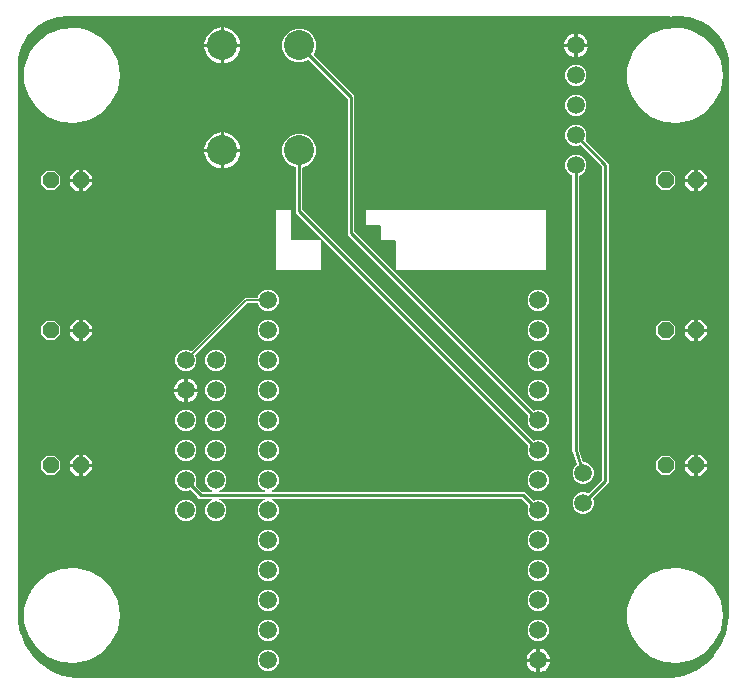
<source format=gbr>
G04 EAGLE Gerber RS-274X export*
G75*
%MOMM*%
%FSLAX34Y34*%
%LPD*%
%INBottom Copper*%
%IPPOS*%
%AMOC8*
5,1,8,0,0,1.08239X$1,22.5*%
G01*
%ADD10C,2.540000*%
%ADD11C,1.508000*%
%ADD12P,1.429621X8X22.500000*%
%ADD13C,0.254000*%
%ADD14C,0.152400*%

G36*
X559015Y10163D02*
X559015Y10163D01*
X559038Y10162D01*
X564152Y10413D01*
X564185Y10420D01*
X564263Y10427D01*
X574295Y12422D01*
X574318Y12430D01*
X574438Y12465D01*
X583888Y16380D01*
X583909Y16392D01*
X584020Y16450D01*
X592525Y22133D01*
X592542Y22149D01*
X592640Y22227D01*
X599873Y29460D01*
X599886Y29479D01*
X599967Y29575D01*
X605650Y38080D01*
X605660Y38102D01*
X605720Y38212D01*
X609635Y47662D01*
X609640Y47685D01*
X609678Y47805D01*
X611673Y57837D01*
X611675Y57869D01*
X611687Y57948D01*
X611938Y63062D01*
X611937Y63076D01*
X611939Y63099D01*
X611939Y534616D01*
X611934Y534646D01*
X611927Y534751D01*
X611189Y538849D01*
X611178Y538879D01*
X611156Y538973D01*
X608021Y547655D01*
X608021Y547656D01*
X608020Y547657D01*
X607946Y547808D01*
X602958Y555574D01*
X602957Y555576D01*
X602956Y555577D01*
X602850Y555707D01*
X596259Y562169D01*
X596258Y562170D01*
X596257Y562171D01*
X596125Y562274D01*
X588261Y567107D01*
X588260Y567108D01*
X588258Y567109D01*
X588106Y567180D01*
X579364Y570142D01*
X579363Y570142D01*
X579362Y570143D01*
X579198Y570179D01*
X570015Y571121D01*
X569983Y571119D01*
X569887Y571124D01*
X566511Y570901D01*
X566471Y570891D01*
X566430Y570891D01*
X566274Y570846D01*
X566271Y570845D01*
X566270Y570845D01*
X566269Y570844D01*
X566016Y570739D01*
X564662Y570739D01*
X564632Y570734D01*
X564570Y570734D01*
X563226Y570569D01*
X562711Y570712D01*
X562692Y570714D01*
X562675Y570721D01*
X562508Y570739D01*
X59985Y570739D01*
X59965Y570736D01*
X59946Y570738D01*
X59780Y570711D01*
X59271Y570569D01*
X57922Y570734D01*
X57892Y570732D01*
X57830Y570739D01*
X56472Y570739D01*
X56223Y570842D01*
X56183Y570852D01*
X56146Y570869D01*
X55988Y570897D01*
X55983Y570898D01*
X55982Y570898D01*
X55981Y570899D01*
X52566Y571121D01*
X52534Y571118D01*
X52438Y571119D01*
X43171Y570159D01*
X43170Y570158D01*
X43168Y570159D01*
X43004Y570122D01*
X34183Y567124D01*
X34182Y567124D01*
X34181Y567124D01*
X34029Y567052D01*
X26096Y562166D01*
X26095Y562165D01*
X26094Y562165D01*
X25962Y562061D01*
X19315Y555532D01*
X19314Y555531D01*
X19313Y555531D01*
X19207Y555400D01*
X14180Y547556D01*
X14179Y547555D01*
X14178Y547554D01*
X14104Y547403D01*
X10948Y538637D01*
X10943Y538606D01*
X10915Y538514D01*
X10173Y534368D01*
X10172Y534338D01*
X10161Y534234D01*
X10161Y63500D01*
X10163Y63486D01*
X10162Y63463D01*
X10415Y58309D01*
X10422Y58277D01*
X10429Y58198D01*
X12439Y48089D01*
X12448Y48067D01*
X12483Y47946D01*
X16427Y38424D01*
X16440Y38403D01*
X16497Y38292D01*
X22224Y29722D01*
X22240Y29704D01*
X22318Y29607D01*
X29607Y22318D01*
X29626Y22304D01*
X29722Y22224D01*
X38292Y16497D01*
X38314Y16487D01*
X38424Y16427D01*
X47946Y12483D01*
X47969Y12477D01*
X48089Y12439D01*
X58198Y10429D01*
X58231Y10427D01*
X58309Y10415D01*
X63463Y10162D01*
X63477Y10163D01*
X63500Y10161D01*
X559001Y10161D01*
X559015Y10163D01*
G37*
%LPC*%
G36*
X330200Y355599D02*
X330200Y355599D01*
X330199Y355600D01*
X330199Y380238D01*
X330196Y380258D01*
X330198Y380277D01*
X330176Y380379D01*
X330160Y380481D01*
X330150Y380498D01*
X330146Y380518D01*
X330093Y380607D01*
X330044Y380698D01*
X330030Y380712D01*
X330020Y380729D01*
X329941Y380796D01*
X329866Y380868D01*
X329848Y380876D01*
X329833Y380889D01*
X329737Y380928D01*
X329643Y380971D01*
X329623Y380973D01*
X329605Y380981D01*
X329438Y380999D01*
X317500Y380999D01*
X317499Y381000D01*
X317499Y392938D01*
X317496Y392958D01*
X317498Y392977D01*
X317476Y393079D01*
X317460Y393181D01*
X317450Y393198D01*
X317446Y393218D01*
X317393Y393307D01*
X317344Y393398D01*
X317330Y393412D01*
X317320Y393429D01*
X317241Y393496D01*
X317166Y393568D01*
X317148Y393576D01*
X317133Y393589D01*
X317037Y393628D01*
X316943Y393671D01*
X316923Y393673D01*
X316905Y393681D01*
X316738Y393699D01*
X304800Y393699D01*
X304799Y393700D01*
X304799Y406400D01*
X304800Y406401D01*
X457200Y406401D01*
X457201Y406400D01*
X457201Y355600D01*
X457200Y355599D01*
X330200Y355599D01*
G37*
%LPD*%
%LPC*%
G36*
X557378Y23887D02*
X557378Y23887D01*
X546104Y28312D01*
X536634Y35863D01*
X529812Y45870D01*
X526242Y57444D01*
X526242Y69556D01*
X529812Y81130D01*
X530440Y82051D01*
X530440Y82052D01*
X531478Y83574D01*
X533035Y85858D01*
X534073Y87380D01*
X535111Y88903D01*
X536635Y91137D01*
X546104Y98688D01*
X557378Y103113D01*
X569456Y104019D01*
X570357Y103813D01*
X573692Y103052D01*
X577028Y102290D01*
X580363Y101529D01*
X581265Y101323D01*
X591754Y95267D01*
X599992Y86389D01*
X605247Y75477D01*
X607052Y63500D01*
X605247Y51523D01*
X599992Y40611D01*
X591754Y31733D01*
X581265Y25677D01*
X569456Y22981D01*
X557378Y23887D01*
G37*
%LPD*%
%LPC*%
G36*
X46838Y23887D02*
X46838Y23887D01*
X35564Y28312D01*
X26095Y35863D01*
X19272Y45870D01*
X15702Y57444D01*
X15702Y69556D01*
X19272Y81130D01*
X19900Y82051D01*
X19900Y82052D01*
X20938Y83574D01*
X22495Y85858D01*
X23533Y87380D01*
X24571Y88903D01*
X26095Y91137D01*
X35564Y98688D01*
X46838Y103113D01*
X58916Y104019D01*
X59817Y103813D01*
X63152Y103052D01*
X66488Y102290D01*
X69823Y101529D01*
X70725Y101323D01*
X81214Y95267D01*
X89452Y86389D01*
X94707Y75477D01*
X96512Y63500D01*
X94707Y51523D01*
X89452Y40611D01*
X81214Y31733D01*
X70725Y25677D01*
X58916Y22981D01*
X46838Y23887D01*
G37*
%LPD*%
%LPC*%
G36*
X46838Y481087D02*
X46838Y481087D01*
X35564Y485512D01*
X26095Y493063D01*
X19272Y503070D01*
X15702Y514644D01*
X15702Y526756D01*
X19272Y538330D01*
X20631Y540324D01*
X21669Y541846D01*
X21670Y541847D01*
X22707Y543369D01*
X22708Y543369D01*
X24264Y545653D01*
X24265Y545653D01*
X25302Y547175D01*
X25303Y547175D01*
X26095Y548337D01*
X35564Y555888D01*
X46838Y560313D01*
X58916Y561219D01*
X61789Y560563D01*
X65124Y559802D01*
X68459Y559040D01*
X70725Y558523D01*
X81214Y552467D01*
X89452Y543589D01*
X94707Y532677D01*
X96512Y520700D01*
X94707Y508723D01*
X89452Y497811D01*
X81214Y488932D01*
X70725Y482877D01*
X58916Y480181D01*
X46838Y481087D01*
G37*
%LPD*%
%LPC*%
G36*
X557378Y481087D02*
X557378Y481087D01*
X546104Y485512D01*
X536635Y493063D01*
X529812Y503070D01*
X526242Y514644D01*
X526242Y526756D01*
X529812Y538330D01*
X531171Y540324D01*
X532209Y541846D01*
X532210Y541847D01*
X533247Y543369D01*
X533248Y543369D01*
X534804Y545653D01*
X534805Y545653D01*
X535842Y547175D01*
X535843Y547175D01*
X536635Y548337D01*
X546104Y555888D01*
X557379Y560313D01*
X569456Y561219D01*
X572329Y560563D01*
X575664Y559802D01*
X578999Y559040D01*
X581265Y558523D01*
X591754Y552468D01*
X599992Y543589D01*
X605247Y532677D01*
X607052Y520700D01*
X605247Y508723D01*
X599992Y497811D01*
X591754Y488933D01*
X581265Y482877D01*
X569456Y480181D01*
X557378Y481087D01*
G37*
%LPD*%
%LPC*%
G36*
X175997Y143335D02*
X175997Y143335D01*
X172665Y144715D01*
X170115Y147265D01*
X168735Y150597D01*
X168735Y154203D01*
X170115Y157535D01*
X172665Y160085D01*
X174490Y160841D01*
X174573Y160892D01*
X174659Y160938D01*
X174677Y160956D01*
X174699Y160970D01*
X174762Y161046D01*
X174829Y161116D01*
X174840Y161140D01*
X174856Y161160D01*
X174891Y161251D01*
X174932Y161339D01*
X174935Y161365D01*
X174944Y161389D01*
X174949Y161487D01*
X174959Y161583D01*
X174954Y161609D01*
X174955Y161635D01*
X174928Y161729D01*
X174907Y161824D01*
X174894Y161846D01*
X174886Y161871D01*
X174831Y161951D01*
X174781Y162035D01*
X174761Y162052D01*
X174746Y162073D01*
X174668Y162132D01*
X174594Y162195D01*
X174570Y162205D01*
X174549Y162220D01*
X174456Y162250D01*
X174366Y162287D01*
X174333Y162290D01*
X174315Y162296D01*
X174282Y162296D01*
X174199Y162305D01*
X163942Y162305D01*
X162082Y164165D01*
X156903Y169345D01*
X156808Y169413D01*
X156714Y169483D01*
X156708Y169485D01*
X156703Y169488D01*
X156592Y169523D01*
X156480Y169559D01*
X156474Y169559D01*
X156468Y169561D01*
X156351Y169558D01*
X156234Y169557D01*
X156227Y169555D01*
X156222Y169554D01*
X156205Y169548D01*
X156073Y169510D01*
X154203Y168735D01*
X150597Y168735D01*
X147265Y170115D01*
X144715Y172665D01*
X143335Y175997D01*
X143335Y179603D01*
X144715Y182935D01*
X147265Y185485D01*
X150597Y186865D01*
X154203Y186865D01*
X157535Y185485D01*
X160085Y182935D01*
X161465Y179603D01*
X161465Y175997D01*
X160690Y174127D01*
X160671Y174044D01*
X160666Y174034D01*
X160664Y174017D01*
X160663Y174013D01*
X160635Y173900D01*
X160635Y173893D01*
X160634Y173887D01*
X160641Y173809D01*
X160639Y173790D01*
X160646Y173760D01*
X160654Y173654D01*
X160656Y173649D01*
X160657Y173642D01*
X160685Y173580D01*
X160691Y173550D01*
X160716Y173508D01*
X160750Y173428D01*
X160755Y173422D01*
X160757Y173418D01*
X160770Y173404D01*
X160805Y173360D01*
X160818Y173339D01*
X160832Y173327D01*
X160855Y173297D01*
X166035Y168118D01*
X166109Y168065D01*
X166178Y168005D01*
X166208Y167993D01*
X166234Y167974D01*
X166321Y167947D01*
X166406Y167913D01*
X166447Y167909D01*
X166469Y167902D01*
X166502Y167903D01*
X166573Y167895D01*
X174199Y167895D01*
X174295Y167910D01*
X174392Y167920D01*
X174416Y167930D01*
X174442Y167934D01*
X174528Y167980D01*
X174617Y168020D01*
X174636Y168037D01*
X174659Y168050D01*
X174726Y168120D01*
X174798Y168186D01*
X174811Y168209D01*
X174829Y168228D01*
X174870Y168316D01*
X174917Y168402D01*
X174921Y168427D01*
X174932Y168451D01*
X174943Y168548D01*
X174960Y168644D01*
X174956Y168670D01*
X174959Y168695D01*
X174939Y168791D01*
X174924Y168887D01*
X174913Y168910D01*
X174907Y168936D01*
X174857Y169019D01*
X174813Y169106D01*
X174794Y169125D01*
X174781Y169147D01*
X174707Y169210D01*
X174637Y169278D01*
X174609Y169294D01*
X174594Y169307D01*
X174563Y169319D01*
X174490Y169359D01*
X172665Y170115D01*
X170115Y172665D01*
X168735Y175997D01*
X168735Y179603D01*
X170115Y182935D01*
X172665Y185485D01*
X175997Y186865D01*
X179603Y186865D01*
X182935Y185485D01*
X185485Y182935D01*
X186865Y179603D01*
X186865Y175997D01*
X185485Y172665D01*
X182935Y170115D01*
X181110Y169359D01*
X181027Y169308D01*
X180941Y169262D01*
X180923Y169244D01*
X180901Y169230D01*
X180838Y169154D01*
X180771Y169084D01*
X180760Y169060D01*
X180744Y169040D01*
X180709Y168949D01*
X180668Y168861D01*
X180665Y168835D01*
X180656Y168811D01*
X180651Y168713D01*
X180641Y168617D01*
X180646Y168591D01*
X180645Y168565D01*
X180672Y168471D01*
X180693Y168376D01*
X180706Y168354D01*
X180714Y168329D01*
X180769Y168249D01*
X180819Y168165D01*
X180839Y168148D01*
X180854Y168127D01*
X180932Y168068D01*
X181006Y168005D01*
X181030Y167995D01*
X181051Y167980D01*
X181144Y167950D01*
X181234Y167913D01*
X181267Y167910D01*
X181285Y167904D01*
X181318Y167904D01*
X181401Y167895D01*
X218649Y167895D01*
X218745Y167910D01*
X218842Y167920D01*
X218866Y167930D01*
X218892Y167934D01*
X218978Y167980D01*
X219067Y168020D01*
X219086Y168037D01*
X219109Y168050D01*
X219176Y168120D01*
X219248Y168186D01*
X219261Y168209D01*
X219279Y168228D01*
X219320Y168316D01*
X219367Y168402D01*
X219371Y168427D01*
X219382Y168451D01*
X219393Y168548D01*
X219410Y168644D01*
X219406Y168670D01*
X219409Y168695D01*
X219389Y168791D01*
X219374Y168887D01*
X219363Y168910D01*
X219357Y168936D01*
X219307Y169019D01*
X219263Y169106D01*
X219244Y169125D01*
X219231Y169147D01*
X219157Y169210D01*
X219087Y169278D01*
X219059Y169294D01*
X219044Y169307D01*
X219013Y169319D01*
X218940Y169359D01*
X217115Y170115D01*
X214565Y172665D01*
X213185Y175997D01*
X213185Y179603D01*
X214565Y182935D01*
X217115Y185485D01*
X220447Y186865D01*
X224053Y186865D01*
X227385Y185485D01*
X229935Y182935D01*
X231315Y179603D01*
X231315Y175997D01*
X229935Y172665D01*
X227385Y170115D01*
X225560Y169359D01*
X225477Y169308D01*
X225391Y169262D01*
X225373Y169244D01*
X225351Y169230D01*
X225288Y169154D01*
X225221Y169084D01*
X225210Y169060D01*
X225194Y169040D01*
X225159Y168949D01*
X225118Y168861D01*
X225115Y168835D01*
X225106Y168811D01*
X225101Y168713D01*
X225091Y168617D01*
X225096Y168591D01*
X225095Y168565D01*
X225122Y168471D01*
X225143Y168376D01*
X225156Y168354D01*
X225164Y168329D01*
X225219Y168249D01*
X225269Y168165D01*
X225289Y168148D01*
X225304Y168127D01*
X225382Y168068D01*
X225456Y168005D01*
X225480Y167995D01*
X225501Y167980D01*
X225594Y167950D01*
X225684Y167913D01*
X225717Y167910D01*
X225735Y167904D01*
X225768Y167904D01*
X225851Y167895D01*
X439308Y167895D01*
X446347Y160855D01*
X446442Y160787D01*
X446536Y160717D01*
X446542Y160715D01*
X446547Y160712D01*
X446658Y160677D01*
X446770Y160641D01*
X446776Y160641D01*
X446782Y160639D01*
X446899Y160642D01*
X447016Y160643D01*
X447023Y160645D01*
X447028Y160646D01*
X447045Y160652D01*
X447177Y160690D01*
X449047Y161465D01*
X452653Y161465D01*
X455985Y160085D01*
X458535Y157535D01*
X459915Y154203D01*
X459915Y150597D01*
X458535Y147265D01*
X455985Y144715D01*
X452653Y143335D01*
X449047Y143335D01*
X445715Y144715D01*
X443165Y147265D01*
X441785Y150597D01*
X441785Y154203D01*
X442560Y156073D01*
X442568Y156108D01*
X442572Y156116D01*
X442573Y156130D01*
X442587Y156187D01*
X442615Y156300D01*
X442615Y156307D01*
X442616Y156313D01*
X442605Y156429D01*
X442596Y156546D01*
X442594Y156551D01*
X442593Y156558D01*
X442545Y156665D01*
X442500Y156772D01*
X442495Y156778D01*
X442493Y156782D01*
X442480Y156796D01*
X442395Y156903D01*
X437215Y162082D01*
X437141Y162135D01*
X437072Y162195D01*
X437042Y162207D01*
X437016Y162226D01*
X436929Y162253D01*
X436844Y162287D01*
X436803Y162291D01*
X436781Y162298D01*
X436748Y162297D01*
X436677Y162305D01*
X225851Y162305D01*
X225755Y162290D01*
X225658Y162280D01*
X225634Y162270D01*
X225608Y162266D01*
X225522Y162220D01*
X225433Y162180D01*
X225414Y162163D01*
X225391Y162150D01*
X225324Y162080D01*
X225252Y162014D01*
X225239Y161991D01*
X225221Y161972D01*
X225180Y161884D01*
X225133Y161798D01*
X225129Y161773D01*
X225118Y161749D01*
X225107Y161652D01*
X225090Y161556D01*
X225094Y161530D01*
X225091Y161505D01*
X225111Y161409D01*
X225126Y161313D01*
X225137Y161290D01*
X225143Y161264D01*
X225193Y161181D01*
X225237Y161094D01*
X225256Y161075D01*
X225269Y161053D01*
X225343Y160990D01*
X225413Y160922D01*
X225441Y160906D01*
X225456Y160893D01*
X225487Y160881D01*
X225560Y160841D01*
X227385Y160085D01*
X229935Y157535D01*
X231315Y154203D01*
X231315Y150597D01*
X229935Y147265D01*
X227385Y144715D01*
X224053Y143335D01*
X220447Y143335D01*
X217115Y144715D01*
X214565Y147265D01*
X213185Y150597D01*
X213185Y154203D01*
X214565Y157535D01*
X217115Y160085D01*
X218940Y160841D01*
X219023Y160892D01*
X219109Y160938D01*
X219127Y160956D01*
X219149Y160970D01*
X219212Y161046D01*
X219279Y161116D01*
X219290Y161140D01*
X219306Y161160D01*
X219341Y161251D01*
X219382Y161339D01*
X219385Y161365D01*
X219394Y161389D01*
X219399Y161487D01*
X219409Y161583D01*
X219404Y161609D01*
X219405Y161635D01*
X219378Y161729D01*
X219357Y161824D01*
X219344Y161846D01*
X219336Y161871D01*
X219281Y161951D01*
X219231Y162035D01*
X219211Y162052D01*
X219196Y162073D01*
X219118Y162132D01*
X219044Y162195D01*
X219020Y162205D01*
X218999Y162220D01*
X218906Y162250D01*
X218816Y162287D01*
X218783Y162290D01*
X218765Y162296D01*
X218732Y162296D01*
X218649Y162305D01*
X181401Y162305D01*
X181305Y162290D01*
X181208Y162280D01*
X181184Y162270D01*
X181158Y162266D01*
X181072Y162220D01*
X180983Y162180D01*
X180964Y162163D01*
X180941Y162150D01*
X180874Y162080D01*
X180802Y162014D01*
X180789Y161991D01*
X180771Y161972D01*
X180730Y161884D01*
X180683Y161798D01*
X180679Y161773D01*
X180668Y161749D01*
X180657Y161652D01*
X180640Y161556D01*
X180644Y161530D01*
X180641Y161505D01*
X180661Y161409D01*
X180676Y161313D01*
X180687Y161290D01*
X180693Y161264D01*
X180743Y161181D01*
X180787Y161094D01*
X180806Y161075D01*
X180819Y161053D01*
X180893Y160990D01*
X180963Y160922D01*
X180991Y160906D01*
X181006Y160893D01*
X181037Y160881D01*
X181110Y160841D01*
X182935Y160085D01*
X185485Y157535D01*
X186865Y154203D01*
X186865Y150597D01*
X185485Y147265D01*
X182935Y144715D01*
X179603Y143335D01*
X175997Y143335D01*
G37*
%LPD*%
%LPC*%
G36*
X449047Y219535D02*
X449047Y219535D01*
X445715Y220915D01*
X443165Y223465D01*
X441785Y226797D01*
X441785Y230403D01*
X442560Y232273D01*
X442587Y232387D01*
X442615Y232500D01*
X442615Y232507D01*
X442616Y232513D01*
X442605Y232629D01*
X442596Y232745D01*
X442594Y232751D01*
X442593Y232758D01*
X442545Y232865D01*
X442500Y232972D01*
X442495Y232978D01*
X442493Y232982D01*
X442480Y232996D01*
X442395Y233103D01*
X289608Y385889D01*
X289608Y500624D01*
X289594Y500714D01*
X289587Y500805D01*
X289574Y500835D01*
X289569Y500867D01*
X289526Y500947D01*
X289490Y501031D01*
X289465Y501063D01*
X289454Y501084D01*
X289430Y501106D01*
X289385Y501162D01*
X256852Y533696D01*
X256759Y533762D01*
X256726Y533790D01*
X256716Y533795D01*
X256663Y533834D01*
X256657Y533835D01*
X256652Y533839D01*
X256542Y533873D01*
X256430Y533910D01*
X256423Y533910D01*
X256417Y533911D01*
X256301Y533908D01*
X256184Y533907D01*
X256176Y533905D01*
X256171Y533905D01*
X256154Y533899D01*
X256022Y533861D01*
X251229Y531875D01*
X245571Y531875D01*
X240342Y534041D01*
X236341Y538042D01*
X234175Y543271D01*
X234175Y548929D01*
X236341Y554158D01*
X240342Y558159D01*
X245571Y560325D01*
X251229Y560325D01*
X256458Y558159D01*
X260459Y554158D01*
X262625Y548929D01*
X262625Y543271D01*
X260639Y538478D01*
X260613Y538364D01*
X260584Y538250D01*
X260585Y538244D01*
X260583Y538238D01*
X260594Y538121D01*
X260603Y538005D01*
X260606Y537999D01*
X260606Y537993D01*
X260654Y537886D01*
X260700Y537779D01*
X260704Y537773D01*
X260706Y537768D01*
X260719Y537755D01*
X260804Y537648D01*
X295198Y503254D01*
X295198Y388520D01*
X295213Y388430D01*
X295220Y388339D01*
X295232Y388309D01*
X295238Y388277D01*
X295280Y388196D01*
X295316Y388112D01*
X295342Y388080D01*
X295353Y388060D01*
X295376Y388037D01*
X295389Y388021D01*
X295395Y388011D01*
X295402Y388005D01*
X295421Y387982D01*
X446347Y237055D01*
X446441Y236988D01*
X446536Y236917D01*
X446542Y236915D01*
X446547Y236912D01*
X446658Y236877D01*
X446770Y236841D01*
X446776Y236841D01*
X446782Y236839D01*
X446899Y236842D01*
X447016Y236843D01*
X447023Y236845D01*
X447028Y236846D01*
X447045Y236852D01*
X447177Y236890D01*
X449047Y237665D01*
X452653Y237665D01*
X455985Y236285D01*
X458535Y233735D01*
X459915Y230403D01*
X459915Y226797D01*
X458535Y223465D01*
X455985Y220915D01*
X452653Y219535D01*
X449047Y219535D01*
G37*
%LPD*%
%LPC*%
G36*
X449047Y194135D02*
X449047Y194135D01*
X445715Y195515D01*
X443165Y198065D01*
X441785Y201397D01*
X441785Y205003D01*
X442560Y206873D01*
X442587Y206987D01*
X442615Y207100D01*
X442615Y207107D01*
X442616Y207113D01*
X442605Y207229D01*
X442596Y207346D01*
X442594Y207351D01*
X442593Y207358D01*
X442545Y207465D01*
X442500Y207572D01*
X442495Y207578D01*
X442493Y207582D01*
X442480Y207596D01*
X442395Y207703D01*
X247465Y402632D01*
X245605Y404492D01*
X245605Y442452D01*
X245586Y442567D01*
X245569Y442683D01*
X245567Y442689D01*
X245566Y442695D01*
X245511Y442798D01*
X245458Y442902D01*
X245453Y442907D01*
X245450Y442912D01*
X245366Y442992D01*
X245282Y443075D01*
X245276Y443078D01*
X245272Y443082D01*
X245255Y443090D01*
X245135Y443156D01*
X240342Y445141D01*
X236341Y449142D01*
X234175Y454371D01*
X234175Y460029D01*
X236341Y465258D01*
X240342Y469259D01*
X245571Y471425D01*
X251229Y471425D01*
X256458Y469259D01*
X260459Y465258D01*
X262625Y460029D01*
X262625Y454371D01*
X260459Y449142D01*
X256458Y445141D01*
X251665Y443156D01*
X251565Y443094D01*
X251465Y443034D01*
X251461Y443029D01*
X251456Y443026D01*
X251381Y442936D01*
X251305Y442847D01*
X251303Y442841D01*
X251299Y442836D01*
X251257Y442728D01*
X251213Y442619D01*
X251212Y442611D01*
X251211Y442607D01*
X251210Y442589D01*
X251195Y442452D01*
X251195Y407123D01*
X251209Y407033D01*
X251217Y406942D01*
X251229Y406912D01*
X251234Y406880D01*
X251277Y406800D01*
X251313Y406716D01*
X251339Y406684D01*
X251350Y406663D01*
X251373Y406641D01*
X251418Y406585D01*
X446347Y211655D01*
X446441Y211588D01*
X446536Y211517D01*
X446542Y211515D01*
X446547Y211512D01*
X446658Y211477D01*
X446770Y211441D01*
X446776Y211441D01*
X446782Y211439D01*
X446899Y211442D01*
X447016Y211443D01*
X447023Y211445D01*
X447028Y211446D01*
X447045Y211452D01*
X447177Y211490D01*
X449047Y212265D01*
X452653Y212265D01*
X455985Y210885D01*
X458535Y208335D01*
X459915Y205003D01*
X459915Y201397D01*
X458535Y198065D01*
X455985Y195515D01*
X452653Y194135D01*
X449047Y194135D01*
G37*
%LPD*%
%LPC*%
G36*
X487147Y149685D02*
X487147Y149685D01*
X483815Y151065D01*
X481265Y153615D01*
X479885Y156947D01*
X479885Y160553D01*
X481265Y163885D01*
X483815Y166435D01*
X487147Y167815D01*
X490753Y167815D01*
X492623Y167040D01*
X492737Y167013D01*
X492850Y166985D01*
X492857Y166985D01*
X492863Y166984D01*
X492979Y166995D01*
X493095Y167004D01*
X493101Y167006D01*
X493108Y167007D01*
X493215Y167055D01*
X493322Y167100D01*
X493328Y167105D01*
X493332Y167107D01*
X493346Y167120D01*
X493453Y167205D01*
X504648Y178401D01*
X504701Y178475D01*
X504761Y178544D01*
X504773Y178574D01*
X504792Y178600D01*
X504819Y178687D01*
X504853Y178772D01*
X504857Y178813D01*
X504864Y178835D01*
X504863Y178868D01*
X504871Y178939D01*
X504871Y443361D01*
X504857Y443451D01*
X504849Y443542D01*
X504837Y443572D01*
X504832Y443604D01*
X504789Y443684D01*
X504753Y443768D01*
X504727Y443800D01*
X504716Y443821D01*
X504693Y443843D01*
X504648Y443899D01*
X487103Y461445D01*
X487009Y461512D01*
X486914Y461583D01*
X486908Y461585D01*
X486903Y461588D01*
X486792Y461623D01*
X486680Y461659D01*
X486674Y461659D01*
X486668Y461661D01*
X486551Y461658D01*
X486434Y461657D01*
X486427Y461655D01*
X486422Y461654D01*
X486405Y461648D01*
X486273Y461610D01*
X484403Y460835D01*
X480797Y460835D01*
X477465Y462215D01*
X474915Y464765D01*
X473535Y468097D01*
X473535Y471703D01*
X474915Y475035D01*
X477465Y477585D01*
X480797Y478965D01*
X484403Y478965D01*
X487735Y477585D01*
X490285Y475035D01*
X491665Y471703D01*
X491665Y468097D01*
X490890Y466227D01*
X490863Y466113D01*
X490835Y466000D01*
X490835Y465993D01*
X490834Y465987D01*
X490845Y465870D01*
X490854Y465754D01*
X490856Y465749D01*
X490857Y465742D01*
X490905Y465635D01*
X490950Y465528D01*
X490955Y465522D01*
X490957Y465518D01*
X490970Y465504D01*
X491055Y465397D01*
X510461Y445992D01*
X510461Y176308D01*
X497405Y163253D01*
X497338Y163159D01*
X497267Y163064D01*
X497265Y163058D01*
X497262Y163053D01*
X497227Y162942D01*
X497191Y162830D01*
X497191Y162824D01*
X497189Y162818D01*
X497192Y162701D01*
X497193Y162584D01*
X497195Y162577D01*
X497196Y162572D01*
X497202Y162555D01*
X497240Y162423D01*
X498015Y160553D01*
X498015Y156947D01*
X496635Y153615D01*
X494085Y151065D01*
X490753Y149685D01*
X487147Y149685D01*
G37*
%LPD*%
%LPC*%
G36*
X487147Y175085D02*
X487147Y175085D01*
X483815Y176465D01*
X481265Y179015D01*
X479885Y182347D01*
X479885Y185953D01*
X481265Y189285D01*
X483203Y191222D01*
X483256Y191296D01*
X483314Y191364D01*
X483327Y191395D01*
X483347Y191422D01*
X483373Y191508D01*
X483407Y191592D01*
X483409Y191625D01*
X483419Y191657D01*
X483417Y191747D01*
X483422Y191837D01*
X483413Y191879D01*
X483413Y191903D01*
X483402Y191933D01*
X483387Y192001D01*
X480214Y201520D01*
X480171Y201602D01*
X480135Y201686D01*
X480110Y201717D01*
X480100Y201738D01*
X480076Y201760D01*
X480030Y201817D01*
X479805Y202042D01*
X479805Y202623D01*
X479799Y202661D01*
X479801Y202700D01*
X479766Y202864D01*
X479583Y203414D01*
X479725Y203699D01*
X479752Y203787D01*
X479787Y203873D01*
X479791Y203912D01*
X479798Y203934D01*
X479797Y203966D01*
X479805Y204039D01*
X479805Y435337D01*
X479786Y435452D01*
X479769Y435568D01*
X479767Y435574D01*
X479766Y435580D01*
X479711Y435682D01*
X479658Y435788D01*
X479653Y435792D01*
X479650Y435798D01*
X479566Y435877D01*
X479482Y435960D01*
X479476Y435963D01*
X479472Y435967D01*
X479455Y435975D01*
X479335Y436041D01*
X477465Y436815D01*
X474915Y439365D01*
X473535Y442697D01*
X473535Y446303D01*
X474915Y449635D01*
X477465Y452185D01*
X480797Y453565D01*
X484403Y453565D01*
X487735Y452185D01*
X490285Y449635D01*
X491665Y446303D01*
X491665Y442697D01*
X490285Y439365D01*
X487735Y436815D01*
X485865Y436041D01*
X485765Y435979D01*
X485665Y435919D01*
X485661Y435914D01*
X485656Y435911D01*
X485581Y435821D01*
X485505Y435732D01*
X485503Y435726D01*
X485499Y435722D01*
X485457Y435613D01*
X485413Y435504D01*
X485412Y435497D01*
X485411Y435492D01*
X485410Y435474D01*
X485395Y435337D01*
X485395Y203777D01*
X485401Y203739D01*
X485399Y203700D01*
X485434Y203536D01*
X488701Y193735D01*
X488711Y193717D01*
X488715Y193696D01*
X488768Y193608D01*
X488815Y193518D01*
X488830Y193503D01*
X488841Y193485D01*
X488919Y193418D01*
X488993Y193348D01*
X489012Y193339D01*
X489028Y193325D01*
X489123Y193287D01*
X489216Y193243D01*
X489237Y193241D01*
X489256Y193233D01*
X489423Y193215D01*
X490753Y193215D01*
X494085Y191835D01*
X496635Y189285D01*
X498015Y185953D01*
X498015Y182347D01*
X496635Y179015D01*
X494085Y176465D01*
X490753Y175085D01*
X487147Y175085D01*
G37*
%LPD*%
%LPC*%
G36*
X228600Y355599D02*
X228600Y355599D01*
X228599Y355600D01*
X228599Y406400D01*
X228600Y406401D01*
X241300Y406401D01*
X241301Y406400D01*
X241301Y381762D01*
X241304Y381742D01*
X241302Y381723D01*
X241324Y381621D01*
X241340Y381519D01*
X241350Y381502D01*
X241354Y381482D01*
X241407Y381393D01*
X241456Y381302D01*
X241470Y381288D01*
X241480Y381271D01*
X241559Y381204D01*
X241634Y381132D01*
X241652Y381124D01*
X241667Y381111D01*
X241763Y381072D01*
X241857Y381029D01*
X241877Y381027D01*
X241895Y381019D01*
X242062Y381001D01*
X266700Y381001D01*
X266701Y381000D01*
X266701Y355600D01*
X266700Y355599D01*
X228600Y355599D01*
G37*
%LPD*%
%LPC*%
G36*
X150597Y270335D02*
X150597Y270335D01*
X147265Y271715D01*
X144715Y274265D01*
X143335Y277597D01*
X143335Y281203D01*
X144715Y284535D01*
X147265Y287085D01*
X150597Y288465D01*
X154203Y288465D01*
X156581Y287480D01*
X156695Y287453D01*
X156808Y287424D01*
X156815Y287425D01*
X156821Y287424D01*
X156937Y287435D01*
X157054Y287444D01*
X157059Y287446D01*
X157066Y287447D01*
X157173Y287494D01*
X157280Y287540D01*
X157286Y287545D01*
X157290Y287547D01*
X157304Y287559D01*
X157411Y287645D01*
X202253Y332487D01*
X212877Y332487D01*
X212992Y332506D01*
X213108Y332523D01*
X213114Y332525D01*
X213120Y332526D01*
X213222Y332581D01*
X213327Y332634D01*
X213332Y332639D01*
X213337Y332642D01*
X213417Y332726D01*
X213499Y332810D01*
X213503Y332816D01*
X213506Y332820D01*
X213514Y332837D01*
X213580Y332957D01*
X214565Y335335D01*
X217115Y337885D01*
X220447Y339265D01*
X224053Y339265D01*
X227385Y337885D01*
X229935Y335335D01*
X231315Y332003D01*
X231315Y328397D01*
X229935Y325065D01*
X227385Y322515D01*
X224053Y321135D01*
X220447Y321135D01*
X217115Y322515D01*
X214565Y325065D01*
X213580Y327443D01*
X213518Y327543D01*
X213459Y327643D01*
X213454Y327647D01*
X213451Y327652D01*
X213360Y327727D01*
X213272Y327803D01*
X213266Y327805D01*
X213261Y327809D01*
X213153Y327851D01*
X213044Y327895D01*
X213036Y327896D01*
X213032Y327897D01*
X213013Y327898D01*
X212877Y327913D01*
X204463Y327913D01*
X204372Y327899D01*
X204282Y327891D01*
X204252Y327879D01*
X204220Y327874D01*
X204139Y327831D01*
X204055Y327795D01*
X204023Y327769D01*
X204002Y327758D01*
X203980Y327735D01*
X203924Y327690D01*
X160645Y284411D01*
X160577Y284317D01*
X160507Y284222D01*
X160505Y284216D01*
X160501Y284211D01*
X160467Y284100D01*
X160431Y283988D01*
X160431Y283982D01*
X160429Y283976D01*
X160432Y283859D01*
X160433Y283742D01*
X160435Y283735D01*
X160435Y283730D01*
X160442Y283713D01*
X160480Y283581D01*
X161465Y281203D01*
X161465Y277597D01*
X160085Y274265D01*
X157535Y271715D01*
X154203Y270335D01*
X150597Y270335D01*
G37*
%LPD*%
%LPC*%
G36*
X220447Y92535D02*
X220447Y92535D01*
X217115Y93915D01*
X214565Y96465D01*
X213185Y99797D01*
X213185Y103403D01*
X214565Y106735D01*
X217115Y109285D01*
X220447Y110665D01*
X224053Y110665D01*
X227385Y109285D01*
X229935Y106735D01*
X231315Y103403D01*
X231315Y99797D01*
X229935Y96465D01*
X227385Y93915D01*
X224053Y92535D01*
X220447Y92535D01*
G37*
%LPD*%
%LPC*%
G36*
X480797Y511635D02*
X480797Y511635D01*
X477465Y513015D01*
X474915Y515565D01*
X473535Y518897D01*
X473535Y522503D01*
X474915Y525835D01*
X477465Y528385D01*
X480797Y529765D01*
X484403Y529765D01*
X487735Y528385D01*
X490285Y525835D01*
X491665Y522503D01*
X491665Y518897D01*
X490285Y515565D01*
X487735Y513015D01*
X484403Y511635D01*
X480797Y511635D01*
G37*
%LPD*%
%LPC*%
G36*
X480797Y486235D02*
X480797Y486235D01*
X477465Y487615D01*
X474915Y490165D01*
X473535Y493497D01*
X473535Y497103D01*
X474915Y500435D01*
X477465Y502985D01*
X480797Y504365D01*
X484403Y504365D01*
X487735Y502985D01*
X490285Y500435D01*
X491665Y497103D01*
X491665Y493497D01*
X490285Y490165D01*
X487735Y487615D01*
X484403Y486235D01*
X480797Y486235D01*
G37*
%LPD*%
%LPC*%
G36*
X175997Y219535D02*
X175997Y219535D01*
X172665Y220915D01*
X170115Y223465D01*
X168735Y226797D01*
X168735Y230403D01*
X170115Y233735D01*
X172665Y236285D01*
X175997Y237665D01*
X179603Y237665D01*
X182935Y236285D01*
X185485Y233735D01*
X186865Y230403D01*
X186865Y226797D01*
X185485Y223465D01*
X182935Y220915D01*
X179603Y219535D01*
X175997Y219535D01*
G37*
%LPD*%
%LPC*%
G36*
X175997Y244935D02*
X175997Y244935D01*
X172665Y246315D01*
X170115Y248865D01*
X168735Y252197D01*
X168735Y255803D01*
X170115Y259135D01*
X172665Y261685D01*
X175997Y263065D01*
X179603Y263065D01*
X182935Y261685D01*
X185485Y259135D01*
X186865Y255803D01*
X186865Y252197D01*
X185485Y248865D01*
X182935Y246315D01*
X179603Y244935D01*
X175997Y244935D01*
G37*
%LPD*%
%LPC*%
G36*
X220447Y244935D02*
X220447Y244935D01*
X217115Y246315D01*
X214565Y248865D01*
X213185Y252197D01*
X213185Y255803D01*
X214565Y259135D01*
X217115Y261685D01*
X220447Y263065D01*
X224053Y263065D01*
X227385Y261685D01*
X229935Y259135D01*
X231315Y255803D01*
X231315Y252197D01*
X229935Y248865D01*
X227385Y246315D01*
X224053Y244935D01*
X220447Y244935D01*
G37*
%LPD*%
%LPC*%
G36*
X449047Y244935D02*
X449047Y244935D01*
X445715Y246315D01*
X443165Y248865D01*
X441785Y252197D01*
X441785Y255803D01*
X443165Y259135D01*
X445715Y261685D01*
X449047Y263065D01*
X452653Y263065D01*
X455985Y261685D01*
X458535Y259135D01*
X459915Y255803D01*
X459915Y252197D01*
X458535Y248865D01*
X455985Y246315D01*
X452653Y244935D01*
X449047Y244935D01*
G37*
%LPD*%
%LPC*%
G36*
X175997Y270335D02*
X175997Y270335D01*
X172665Y271715D01*
X170115Y274265D01*
X168735Y277597D01*
X168735Y281203D01*
X170115Y284535D01*
X172665Y287085D01*
X175997Y288465D01*
X179603Y288465D01*
X182935Y287085D01*
X185485Y284535D01*
X186865Y281203D01*
X186865Y277597D01*
X185485Y274265D01*
X182935Y271715D01*
X179603Y270335D01*
X175997Y270335D01*
G37*
%LPD*%
%LPC*%
G36*
X220447Y270335D02*
X220447Y270335D01*
X217115Y271715D01*
X214565Y274265D01*
X213185Y277597D01*
X213185Y281203D01*
X214565Y284535D01*
X217115Y287085D01*
X220447Y288465D01*
X224053Y288465D01*
X227385Y287085D01*
X229935Y284535D01*
X231315Y281203D01*
X231315Y277597D01*
X229935Y274265D01*
X227385Y271715D01*
X224053Y270335D01*
X220447Y270335D01*
G37*
%LPD*%
%LPC*%
G36*
X449047Y270335D02*
X449047Y270335D01*
X445715Y271715D01*
X443165Y274265D01*
X441785Y277597D01*
X441785Y281203D01*
X443165Y284535D01*
X445715Y287085D01*
X449047Y288465D01*
X452653Y288465D01*
X455985Y287085D01*
X458535Y284535D01*
X459915Y281203D01*
X459915Y277597D01*
X458535Y274265D01*
X455985Y271715D01*
X452653Y270335D01*
X449047Y270335D01*
G37*
%LPD*%
%LPC*%
G36*
X150597Y219535D02*
X150597Y219535D01*
X147265Y220915D01*
X144715Y223465D01*
X143335Y226797D01*
X143335Y230403D01*
X144715Y233735D01*
X147265Y236285D01*
X150597Y237665D01*
X154203Y237665D01*
X157535Y236285D01*
X160085Y233735D01*
X161465Y230403D01*
X161465Y226797D01*
X160085Y223465D01*
X157535Y220915D01*
X154203Y219535D01*
X150597Y219535D01*
G37*
%LPD*%
%LPC*%
G36*
X220447Y41735D02*
X220447Y41735D01*
X217115Y43115D01*
X214565Y45665D01*
X213185Y48997D01*
X213185Y52603D01*
X214565Y55935D01*
X217115Y58485D01*
X220447Y59865D01*
X224053Y59865D01*
X227385Y58485D01*
X229935Y55935D01*
X231315Y52603D01*
X231315Y48997D01*
X229935Y45665D01*
X227385Y43115D01*
X224053Y41735D01*
X220447Y41735D01*
G37*
%LPD*%
%LPC*%
G36*
X449047Y41735D02*
X449047Y41735D01*
X445715Y43115D01*
X443165Y45665D01*
X441785Y48997D01*
X441785Y52603D01*
X443165Y55935D01*
X445715Y58485D01*
X449047Y59865D01*
X452653Y59865D01*
X455985Y58485D01*
X458535Y55935D01*
X459915Y52603D01*
X459915Y48997D01*
X458535Y45665D01*
X455985Y43115D01*
X452653Y41735D01*
X449047Y41735D01*
G37*
%LPD*%
%LPC*%
G36*
X220447Y67135D02*
X220447Y67135D01*
X217115Y68515D01*
X214565Y71065D01*
X213185Y74397D01*
X213185Y78003D01*
X214565Y81335D01*
X217115Y83885D01*
X220447Y85265D01*
X224053Y85265D01*
X227385Y83885D01*
X229935Y81335D01*
X231315Y78003D01*
X231315Y74397D01*
X229935Y71065D01*
X227385Y68515D01*
X224053Y67135D01*
X220447Y67135D01*
G37*
%LPD*%
%LPC*%
G36*
X449047Y67135D02*
X449047Y67135D01*
X445715Y68515D01*
X443165Y71065D01*
X441785Y74397D01*
X441785Y78003D01*
X443165Y81335D01*
X445715Y83885D01*
X449047Y85265D01*
X452653Y85265D01*
X455985Y83885D01*
X458535Y81335D01*
X459915Y78003D01*
X459915Y74397D01*
X458535Y71065D01*
X455985Y68515D01*
X452653Y67135D01*
X449047Y67135D01*
G37*
%LPD*%
%LPC*%
G36*
X220447Y219535D02*
X220447Y219535D01*
X217115Y220915D01*
X214565Y223465D01*
X213185Y226797D01*
X213185Y230403D01*
X214565Y233735D01*
X217115Y236285D01*
X220447Y237665D01*
X224053Y237665D01*
X227385Y236285D01*
X229935Y233735D01*
X231315Y230403D01*
X231315Y226797D01*
X229935Y223465D01*
X227385Y220915D01*
X224053Y219535D01*
X220447Y219535D01*
G37*
%LPD*%
%LPC*%
G36*
X220447Y194135D02*
X220447Y194135D01*
X217115Y195515D01*
X214565Y198065D01*
X213185Y201397D01*
X213185Y205003D01*
X214565Y208335D01*
X217115Y210885D01*
X220447Y212265D01*
X224053Y212265D01*
X227385Y210885D01*
X229935Y208335D01*
X231315Y205003D01*
X231315Y201397D01*
X229935Y198065D01*
X227385Y195515D01*
X224053Y194135D01*
X220447Y194135D01*
G37*
%LPD*%
%LPC*%
G36*
X220447Y16335D02*
X220447Y16335D01*
X217115Y17715D01*
X214565Y20265D01*
X213185Y23597D01*
X213185Y27203D01*
X214565Y30535D01*
X217115Y33085D01*
X220447Y34465D01*
X224053Y34465D01*
X227385Y33085D01*
X229935Y30535D01*
X231315Y27203D01*
X231315Y23597D01*
X229935Y20265D01*
X227385Y17715D01*
X224053Y16335D01*
X220447Y16335D01*
G37*
%LPD*%
%LPC*%
G36*
X175997Y194135D02*
X175997Y194135D01*
X172665Y195515D01*
X170115Y198065D01*
X168735Y201397D01*
X168735Y205003D01*
X170115Y208335D01*
X172665Y210885D01*
X175997Y212265D01*
X179603Y212265D01*
X182935Y210885D01*
X185485Y208335D01*
X186865Y205003D01*
X186865Y201397D01*
X185485Y198065D01*
X182935Y195515D01*
X179603Y194135D01*
X175997Y194135D01*
G37*
%LPD*%
%LPC*%
G36*
X150597Y194135D02*
X150597Y194135D01*
X147265Y195515D01*
X144715Y198065D01*
X143335Y201397D01*
X143335Y205003D01*
X144715Y208335D01*
X147265Y210885D01*
X150597Y212265D01*
X154203Y212265D01*
X157535Y210885D01*
X160085Y208335D01*
X161465Y205003D01*
X161465Y201397D01*
X160085Y198065D01*
X157535Y195515D01*
X154203Y194135D01*
X150597Y194135D01*
G37*
%LPD*%
%LPC*%
G36*
X449047Y92535D02*
X449047Y92535D01*
X445715Y93915D01*
X443165Y96465D01*
X441785Y99797D01*
X441785Y103403D01*
X443165Y106735D01*
X445715Y109285D01*
X449047Y110665D01*
X452653Y110665D01*
X455985Y109285D01*
X458535Y106735D01*
X459915Y103403D01*
X459915Y99797D01*
X458535Y96465D01*
X455985Y93915D01*
X452653Y92535D01*
X449047Y92535D01*
G37*
%LPD*%
%LPC*%
G36*
X220447Y117935D02*
X220447Y117935D01*
X217115Y119315D01*
X214565Y121865D01*
X213185Y125197D01*
X213185Y128803D01*
X214565Y132135D01*
X217115Y134685D01*
X220447Y136065D01*
X224053Y136065D01*
X227385Y134685D01*
X229935Y132135D01*
X231315Y128803D01*
X231315Y125197D01*
X229935Y121865D01*
X227385Y119315D01*
X224053Y117935D01*
X220447Y117935D01*
G37*
%LPD*%
%LPC*%
G36*
X449047Y117935D02*
X449047Y117935D01*
X445715Y119315D01*
X443165Y121865D01*
X441785Y125197D01*
X441785Y128803D01*
X443165Y132135D01*
X445715Y134685D01*
X449047Y136065D01*
X452653Y136065D01*
X455985Y134685D01*
X458535Y132135D01*
X459915Y128803D01*
X459915Y125197D01*
X458535Y121865D01*
X455985Y119315D01*
X452653Y117935D01*
X449047Y117935D01*
G37*
%LPD*%
%LPC*%
G36*
X220447Y295735D02*
X220447Y295735D01*
X217115Y297115D01*
X214565Y299665D01*
X213185Y302997D01*
X213185Y306603D01*
X214565Y309935D01*
X217115Y312485D01*
X220447Y313865D01*
X224053Y313865D01*
X227385Y312485D01*
X229935Y309935D01*
X231315Y306603D01*
X231315Y302997D01*
X229935Y299665D01*
X227385Y297115D01*
X224053Y295735D01*
X220447Y295735D01*
G37*
%LPD*%
%LPC*%
G36*
X449047Y295735D02*
X449047Y295735D01*
X445715Y297115D01*
X443165Y299665D01*
X441785Y302997D01*
X441785Y306603D01*
X443165Y309935D01*
X445715Y312485D01*
X449047Y313865D01*
X452653Y313865D01*
X455985Y312485D01*
X458535Y309935D01*
X459915Y306603D01*
X459915Y302997D01*
X458535Y299665D01*
X455985Y297115D01*
X452653Y295735D01*
X449047Y295735D01*
G37*
%LPD*%
%LPC*%
G36*
X449047Y168735D02*
X449047Y168735D01*
X445715Y170115D01*
X443165Y172665D01*
X441785Y175997D01*
X441785Y179603D01*
X443165Y182935D01*
X445715Y185485D01*
X449047Y186865D01*
X452653Y186865D01*
X455985Y185485D01*
X458535Y182935D01*
X459915Y179603D01*
X459915Y175997D01*
X458535Y172665D01*
X455985Y170115D01*
X452653Y168735D01*
X449047Y168735D01*
G37*
%LPD*%
%LPC*%
G36*
X449047Y321135D02*
X449047Y321135D01*
X445715Y322515D01*
X443165Y325065D01*
X441785Y328397D01*
X441785Y332003D01*
X443165Y335335D01*
X445715Y337885D01*
X449047Y339265D01*
X452653Y339265D01*
X455985Y337885D01*
X458535Y335335D01*
X459915Y332003D01*
X459915Y328397D01*
X458535Y325065D01*
X455985Y322515D01*
X452653Y321135D01*
X449047Y321135D01*
G37*
%LPD*%
%LPC*%
G36*
X150597Y143335D02*
X150597Y143335D01*
X147265Y144715D01*
X144715Y147265D01*
X143335Y150597D01*
X143335Y154203D01*
X144715Y157535D01*
X147265Y160085D01*
X150597Y161465D01*
X154203Y161465D01*
X157535Y160085D01*
X160085Y157535D01*
X161465Y154203D01*
X161465Y150597D01*
X160085Y147265D01*
X157535Y144715D01*
X154203Y143335D01*
X150597Y143335D01*
G37*
%LPD*%
%LPC*%
G36*
X555433Y423671D02*
X555433Y423671D01*
X550671Y428433D01*
X550671Y435167D01*
X555433Y439929D01*
X562167Y439929D01*
X566929Y435167D01*
X566929Y428433D01*
X562167Y423671D01*
X555433Y423671D01*
G37*
%LPD*%
%LPC*%
G36*
X555433Y182371D02*
X555433Y182371D01*
X550671Y187133D01*
X550671Y193867D01*
X555433Y198629D01*
X562167Y198629D01*
X566929Y193867D01*
X566929Y187133D01*
X562167Y182371D01*
X555433Y182371D01*
G37*
%LPD*%
%LPC*%
G36*
X34733Y182371D02*
X34733Y182371D01*
X29971Y187133D01*
X29971Y193867D01*
X34733Y198629D01*
X41467Y198629D01*
X46229Y193867D01*
X46229Y187133D01*
X41467Y182371D01*
X34733Y182371D01*
G37*
%LPD*%
%LPC*%
G36*
X34733Y296671D02*
X34733Y296671D01*
X29971Y301433D01*
X29971Y308167D01*
X34733Y312929D01*
X41467Y312929D01*
X46229Y308167D01*
X46229Y301433D01*
X41467Y296671D01*
X34733Y296671D01*
G37*
%LPD*%
%LPC*%
G36*
X34733Y423671D02*
X34733Y423671D01*
X29971Y428433D01*
X29971Y435167D01*
X34733Y439929D01*
X41467Y439929D01*
X46229Y435167D01*
X46229Y428433D01*
X41467Y423671D01*
X34733Y423671D01*
G37*
%LPD*%
%LPC*%
G36*
X555433Y296671D02*
X555433Y296671D01*
X550671Y301433D01*
X550671Y308167D01*
X555433Y312929D01*
X562167Y312929D01*
X566929Y308167D01*
X566929Y301433D01*
X562167Y296671D01*
X555433Y296671D01*
G37*
%LPD*%
%LPC*%
G36*
X184923Y458723D02*
X184923Y458723D01*
X184923Y472389D01*
X186969Y472065D01*
X189250Y471324D01*
X191388Y470235D01*
X193329Y468825D01*
X195025Y467129D01*
X196435Y465188D01*
X197524Y463050D01*
X198265Y460769D01*
X198589Y458723D01*
X184923Y458723D01*
G37*
%LPD*%
%LPC*%
G36*
X184923Y547623D02*
X184923Y547623D01*
X184923Y561289D01*
X186969Y560965D01*
X189250Y560224D01*
X191388Y559135D01*
X193329Y557725D01*
X195025Y556029D01*
X196435Y554088D01*
X197524Y551950D01*
X198265Y549669D01*
X198589Y547623D01*
X184923Y547623D01*
G37*
%LPD*%
%LPC*%
G36*
X168211Y547623D02*
X168211Y547623D01*
X168535Y549669D01*
X169276Y551950D01*
X170365Y554088D01*
X171775Y556029D01*
X173471Y557725D01*
X175412Y559135D01*
X177550Y560224D01*
X179831Y560965D01*
X181877Y561289D01*
X181877Y547623D01*
X168211Y547623D01*
G37*
%LPD*%
%LPC*%
G36*
X184923Y544577D02*
X184923Y544577D01*
X198589Y544577D01*
X198265Y542531D01*
X197524Y540250D01*
X196435Y538112D01*
X195025Y536171D01*
X193329Y534475D01*
X191388Y533065D01*
X189250Y531976D01*
X186969Y531235D01*
X184923Y530911D01*
X184923Y544577D01*
G37*
%LPD*%
%LPC*%
G36*
X168211Y458723D02*
X168211Y458723D01*
X168535Y460769D01*
X169276Y463050D01*
X170365Y465188D01*
X171775Y467129D01*
X173471Y468825D01*
X175412Y470235D01*
X177550Y471324D01*
X179831Y472065D01*
X181877Y472389D01*
X181877Y458723D01*
X168211Y458723D01*
G37*
%LPD*%
%LPC*%
G36*
X184923Y455677D02*
X184923Y455677D01*
X198589Y455677D01*
X198265Y453631D01*
X197524Y451350D01*
X196435Y449212D01*
X195025Y447271D01*
X193329Y445575D01*
X191388Y444165D01*
X189250Y443076D01*
X186969Y442335D01*
X184923Y442011D01*
X184923Y455677D01*
G37*
%LPD*%
%LPC*%
G36*
X179831Y531235D02*
X179831Y531235D01*
X177550Y531976D01*
X175412Y533065D01*
X173471Y534475D01*
X171775Y536171D01*
X170365Y538112D01*
X169276Y540250D01*
X168535Y542531D01*
X168211Y544577D01*
X181877Y544577D01*
X181877Y530911D01*
X179831Y531235D01*
G37*
%LPD*%
%LPC*%
G36*
X179831Y442335D02*
X179831Y442335D01*
X177550Y443076D01*
X175412Y444165D01*
X173471Y445575D01*
X171775Y447271D01*
X170365Y449212D01*
X169276Y451350D01*
X168535Y453631D01*
X168211Y455677D01*
X181877Y455677D01*
X181877Y442011D01*
X179831Y442335D01*
G37*
%LPD*%
%LPC*%
G36*
X484123Y547623D02*
X484123Y547623D01*
X484123Y556065D01*
X484961Y555933D01*
X486470Y555442D01*
X487883Y554722D01*
X489167Y553789D01*
X490289Y552667D01*
X491222Y551383D01*
X491942Y549970D01*
X492433Y548461D01*
X492565Y547623D01*
X484123Y547623D01*
G37*
%LPD*%
%LPC*%
G36*
X452373Y26923D02*
X452373Y26923D01*
X452373Y35365D01*
X453211Y35233D01*
X454720Y34742D01*
X456133Y34022D01*
X457417Y33089D01*
X458539Y31967D01*
X459472Y30683D01*
X460192Y29270D01*
X460683Y27761D01*
X460815Y26923D01*
X452373Y26923D01*
G37*
%LPD*%
%LPC*%
G36*
X153923Y255523D02*
X153923Y255523D01*
X153923Y263965D01*
X154761Y263833D01*
X156270Y263342D01*
X157683Y262622D01*
X158967Y261689D01*
X160089Y260567D01*
X161022Y259283D01*
X161742Y257870D01*
X162233Y256361D01*
X162365Y255523D01*
X153923Y255523D01*
G37*
%LPD*%
%LPC*%
G36*
X142435Y255523D02*
X142435Y255523D01*
X142567Y256361D01*
X143058Y257870D01*
X143778Y259283D01*
X144711Y260567D01*
X145833Y261689D01*
X147117Y262622D01*
X148530Y263342D01*
X150039Y263833D01*
X150877Y263965D01*
X150877Y255523D01*
X142435Y255523D01*
G37*
%LPD*%
%LPC*%
G36*
X484123Y544577D02*
X484123Y544577D01*
X492565Y544577D01*
X492433Y543739D01*
X491942Y542230D01*
X491222Y540817D01*
X490289Y539533D01*
X489167Y538411D01*
X487883Y537478D01*
X486470Y536758D01*
X484961Y536267D01*
X484123Y536135D01*
X484123Y544577D01*
G37*
%LPD*%
%LPC*%
G36*
X440885Y26923D02*
X440885Y26923D01*
X441017Y27761D01*
X441508Y29270D01*
X442228Y30683D01*
X443161Y31967D01*
X444283Y33089D01*
X445567Y34022D01*
X446980Y34742D01*
X448489Y35233D01*
X449327Y35365D01*
X449327Y26923D01*
X440885Y26923D01*
G37*
%LPD*%
%LPC*%
G36*
X472635Y547623D02*
X472635Y547623D01*
X472767Y548461D01*
X473258Y549970D01*
X473978Y551383D01*
X474911Y552667D01*
X476033Y553789D01*
X477317Y554722D01*
X478730Y555442D01*
X480239Y555933D01*
X481077Y556065D01*
X481077Y547623D01*
X472635Y547623D01*
G37*
%LPD*%
%LPC*%
G36*
X452373Y23877D02*
X452373Y23877D01*
X460815Y23877D01*
X460683Y23039D01*
X460192Y21530D01*
X459472Y20117D01*
X458539Y18833D01*
X457417Y17711D01*
X456133Y16778D01*
X454720Y16058D01*
X453211Y15567D01*
X452373Y15435D01*
X452373Y23877D01*
G37*
%LPD*%
%LPC*%
G36*
X153923Y252477D02*
X153923Y252477D01*
X162365Y252477D01*
X162233Y251639D01*
X161742Y250130D01*
X161022Y248717D01*
X160089Y247433D01*
X158967Y246311D01*
X157683Y245378D01*
X156270Y244658D01*
X154761Y244167D01*
X153923Y244035D01*
X153923Y252477D01*
G37*
%LPD*%
%LPC*%
G36*
X150039Y244167D02*
X150039Y244167D01*
X148530Y244658D01*
X147117Y245378D01*
X145833Y246311D01*
X144711Y247433D01*
X143778Y248717D01*
X143058Y250130D01*
X142567Y251639D01*
X142435Y252477D01*
X150877Y252477D01*
X150877Y244035D01*
X150039Y244167D01*
G37*
%LPD*%
%LPC*%
G36*
X448489Y15567D02*
X448489Y15567D01*
X446980Y16058D01*
X445567Y16778D01*
X444283Y17711D01*
X443161Y18833D01*
X442228Y20117D01*
X441508Y21530D01*
X441017Y23039D01*
X440885Y23877D01*
X449327Y23877D01*
X449327Y15435D01*
X448489Y15567D01*
G37*
%LPD*%
%LPC*%
G36*
X480239Y536267D02*
X480239Y536267D01*
X478730Y536758D01*
X477317Y537478D01*
X476033Y538411D01*
X474911Y539533D01*
X473978Y540817D01*
X473258Y542230D01*
X472767Y543739D01*
X472635Y544577D01*
X481077Y544577D01*
X481077Y536135D01*
X480239Y536267D01*
G37*
%LPD*%
%LPC*%
G36*
X585723Y306323D02*
X585723Y306323D01*
X585723Y313945D01*
X587988Y313945D01*
X593345Y308588D01*
X593345Y306323D01*
X585723Y306323D01*
G37*
%LPD*%
%LPC*%
G36*
X65023Y306323D02*
X65023Y306323D01*
X65023Y313945D01*
X67288Y313945D01*
X72645Y308588D01*
X72645Y306323D01*
X65023Y306323D01*
G37*
%LPD*%
%LPC*%
G36*
X65023Y433323D02*
X65023Y433323D01*
X65023Y440945D01*
X67288Y440945D01*
X72645Y435588D01*
X72645Y433323D01*
X65023Y433323D01*
G37*
%LPD*%
%LPC*%
G36*
X585723Y433323D02*
X585723Y433323D01*
X585723Y440945D01*
X587988Y440945D01*
X593345Y435588D01*
X593345Y433323D01*
X585723Y433323D01*
G37*
%LPD*%
%LPC*%
G36*
X65023Y192023D02*
X65023Y192023D01*
X65023Y199645D01*
X67288Y199645D01*
X72645Y194288D01*
X72645Y192023D01*
X65023Y192023D01*
G37*
%LPD*%
%LPC*%
G36*
X585723Y192023D02*
X585723Y192023D01*
X585723Y199645D01*
X587988Y199645D01*
X593345Y194288D01*
X593345Y192023D01*
X585723Y192023D01*
G37*
%LPD*%
%LPC*%
G36*
X54355Y192023D02*
X54355Y192023D01*
X54355Y194288D01*
X59712Y199645D01*
X61977Y199645D01*
X61977Y192023D01*
X54355Y192023D01*
G37*
%LPD*%
%LPC*%
G36*
X575055Y192023D02*
X575055Y192023D01*
X575055Y194288D01*
X580412Y199645D01*
X582677Y199645D01*
X582677Y192023D01*
X575055Y192023D01*
G37*
%LPD*%
%LPC*%
G36*
X575055Y433323D02*
X575055Y433323D01*
X575055Y435588D01*
X580412Y440945D01*
X582677Y440945D01*
X582677Y433323D01*
X575055Y433323D01*
G37*
%LPD*%
%LPC*%
G36*
X54355Y306323D02*
X54355Y306323D01*
X54355Y308588D01*
X59712Y313945D01*
X61977Y313945D01*
X61977Y306323D01*
X54355Y306323D01*
G37*
%LPD*%
%LPC*%
G36*
X575055Y306323D02*
X575055Y306323D01*
X575055Y308588D01*
X580412Y313945D01*
X582677Y313945D01*
X582677Y306323D01*
X575055Y306323D01*
G37*
%LPD*%
%LPC*%
G36*
X54355Y433323D02*
X54355Y433323D01*
X54355Y435588D01*
X59712Y440945D01*
X61977Y440945D01*
X61977Y433323D01*
X54355Y433323D01*
G37*
%LPD*%
%LPC*%
G36*
X585723Y295655D02*
X585723Y295655D01*
X585723Y303277D01*
X593345Y303277D01*
X593345Y301012D01*
X587988Y295655D01*
X585723Y295655D01*
G37*
%LPD*%
%LPC*%
G36*
X65023Y181355D02*
X65023Y181355D01*
X65023Y188977D01*
X72645Y188977D01*
X72645Y186712D01*
X67288Y181355D01*
X65023Y181355D01*
G37*
%LPD*%
%LPC*%
G36*
X65023Y422655D02*
X65023Y422655D01*
X65023Y430277D01*
X72645Y430277D01*
X72645Y428012D01*
X67288Y422655D01*
X65023Y422655D01*
G37*
%LPD*%
%LPC*%
G36*
X585723Y181355D02*
X585723Y181355D01*
X585723Y188977D01*
X593345Y188977D01*
X593345Y186712D01*
X587988Y181355D01*
X585723Y181355D01*
G37*
%LPD*%
%LPC*%
G36*
X65023Y295655D02*
X65023Y295655D01*
X65023Y303277D01*
X72645Y303277D01*
X72645Y301012D01*
X67288Y295655D01*
X65023Y295655D01*
G37*
%LPD*%
%LPC*%
G36*
X585723Y422655D02*
X585723Y422655D01*
X585723Y430277D01*
X593345Y430277D01*
X593345Y428012D01*
X587988Y422655D01*
X585723Y422655D01*
G37*
%LPD*%
%LPC*%
G36*
X580412Y295655D02*
X580412Y295655D01*
X575055Y301012D01*
X575055Y303277D01*
X582677Y303277D01*
X582677Y295655D01*
X580412Y295655D01*
G37*
%LPD*%
%LPC*%
G36*
X59712Y422655D02*
X59712Y422655D01*
X54355Y428012D01*
X54355Y430277D01*
X61977Y430277D01*
X61977Y422655D01*
X59712Y422655D01*
G37*
%LPD*%
%LPC*%
G36*
X580412Y181355D02*
X580412Y181355D01*
X575055Y186712D01*
X575055Y188977D01*
X582677Y188977D01*
X582677Y181355D01*
X580412Y181355D01*
G37*
%LPD*%
%LPC*%
G36*
X580412Y422655D02*
X580412Y422655D01*
X575055Y428012D01*
X575055Y430277D01*
X582677Y430277D01*
X582677Y422655D01*
X580412Y422655D01*
G37*
%LPD*%
%LPC*%
G36*
X59712Y181355D02*
X59712Y181355D01*
X54355Y186712D01*
X54355Y188977D01*
X61977Y188977D01*
X61977Y181355D01*
X59712Y181355D01*
G37*
%LPD*%
%LPC*%
G36*
X59712Y295655D02*
X59712Y295655D01*
X54355Y301012D01*
X54355Y303277D01*
X61977Y303277D01*
X61977Y295655D01*
X59712Y295655D01*
G37*
%LPD*%
%LPC*%
G36*
X584199Y431799D02*
X584199Y431799D01*
X584199Y431801D01*
X584201Y431801D01*
X584201Y431799D01*
X584199Y431799D01*
G37*
%LPD*%
%LPC*%
G36*
X63499Y190499D02*
X63499Y190499D01*
X63499Y190501D01*
X63501Y190501D01*
X63501Y190499D01*
X63499Y190499D01*
G37*
%LPD*%
%LPC*%
G36*
X584199Y190499D02*
X584199Y190499D01*
X584199Y190501D01*
X584201Y190501D01*
X584201Y190499D01*
X584199Y190499D01*
G37*
%LPD*%
%LPC*%
G36*
X584199Y304799D02*
X584199Y304799D01*
X584199Y304801D01*
X584201Y304801D01*
X584201Y304799D01*
X584199Y304799D01*
G37*
%LPD*%
%LPC*%
G36*
X63499Y304799D02*
X63499Y304799D01*
X63499Y304801D01*
X63501Y304801D01*
X63501Y304799D01*
X63499Y304799D01*
G37*
%LPD*%
%LPC*%
G36*
X183399Y457199D02*
X183399Y457199D01*
X183399Y457201D01*
X183401Y457201D01*
X183401Y457199D01*
X183399Y457199D01*
G37*
%LPD*%
%LPC*%
G36*
X63499Y431799D02*
X63499Y431799D01*
X63499Y431801D01*
X63501Y431801D01*
X63501Y431799D01*
X63499Y431799D01*
G37*
%LPD*%
%LPC*%
G36*
X183399Y546099D02*
X183399Y546099D01*
X183399Y546101D01*
X183401Y546101D01*
X183401Y546099D01*
X183399Y546099D01*
G37*
%LPD*%
%LPC*%
G36*
X450849Y25399D02*
X450849Y25399D01*
X450849Y25401D01*
X450851Y25401D01*
X450851Y25399D01*
X450849Y25399D01*
G37*
%LPD*%
%LPC*%
G36*
X482599Y546099D02*
X482599Y546099D01*
X482599Y546101D01*
X482601Y546101D01*
X482601Y546099D01*
X482599Y546099D01*
G37*
%LPD*%
%LPC*%
G36*
X152399Y253999D02*
X152399Y253999D01*
X152399Y254001D01*
X152401Y254001D01*
X152401Y253999D01*
X152399Y253999D01*
G37*
%LPD*%
D10*
X248400Y546100D03*
X183400Y546100D03*
X248400Y457200D03*
X183400Y457200D03*
D11*
X222250Y330200D03*
X222250Y304800D03*
X222250Y279400D03*
X222250Y254000D03*
X222250Y228600D03*
X222250Y203200D03*
X222250Y177800D03*
X222250Y152400D03*
X222250Y127000D03*
X222250Y101600D03*
X222250Y76200D03*
X222250Y50800D03*
X222250Y25400D03*
X450850Y330200D03*
X450850Y304800D03*
X450850Y279400D03*
X450850Y254000D03*
X450850Y228600D03*
X450850Y203200D03*
X450850Y177800D03*
X450850Y152400D03*
X450850Y127000D03*
X450850Y101600D03*
X450850Y76200D03*
X450850Y50800D03*
X450850Y25400D03*
D12*
X558800Y190500D03*
X584200Y190500D03*
X38100Y190500D03*
X63500Y190500D03*
X558800Y304800D03*
X584200Y304800D03*
X558800Y431800D03*
X584200Y431800D03*
X38100Y431800D03*
X63500Y431800D03*
X38100Y304800D03*
X63500Y304800D03*
D11*
X482600Y546100D03*
X482600Y520700D03*
X482600Y495300D03*
X482600Y469900D03*
X482600Y444500D03*
X152400Y152400D03*
X152400Y177800D03*
X152400Y203200D03*
X152400Y228600D03*
X152400Y254000D03*
X177800Y152400D03*
X177800Y177800D03*
X177800Y203200D03*
X177800Y228600D03*
X177800Y254000D03*
X177800Y279400D03*
X152400Y279400D03*
X488950Y184150D03*
X488950Y158750D03*
D13*
X450850Y228600D02*
X292403Y387047D01*
X292403Y502097D01*
X248400Y546100D01*
D14*
X222250Y330200D02*
X203200Y330200D01*
X152400Y279400D01*
D13*
X482600Y203200D02*
X488950Y184150D01*
X482600Y203200D02*
X482600Y444500D01*
X507666Y177466D02*
X488950Y158750D01*
X507666Y177466D02*
X507666Y444834D01*
X482600Y469900D01*
X165100Y165100D02*
X152400Y177800D01*
X165100Y165100D02*
X438150Y165100D01*
X450850Y152400D01*
X450850Y203200D02*
X248400Y405650D01*
X248400Y457200D01*
M02*

</source>
